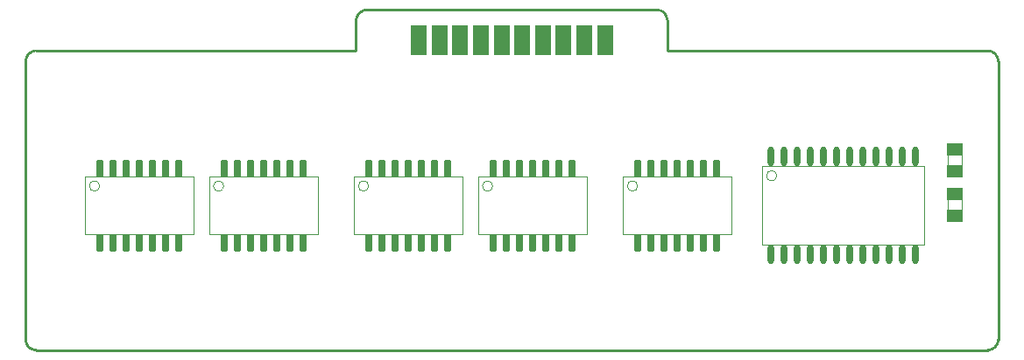
<source format=gbp>
G04 Layer_Color=128*
%FSLAX42Y42*%
%MOMM*%
G71*
G01*
G75*
%ADD10C,0.25*%
%ADD12C,0.25*%
%ADD13C,0.10*%
%ADD16R,1.50X1.25*%
%ADD17R,1.50X3.00*%
%ADD18O,0.60X1.90*%
G04:AMPARAMS|DCode=19|XSize=0.6mm|YSize=1.65mm|CornerRadius=0.05mm|HoleSize=0mm|Usage=FLASHONLY|Rotation=180.000|XOffset=0mm|YOffset=0mm|HoleType=Round|Shape=RoundedRectangle|*
%AMROUNDEDRECTD19*
21,1,0.60,1.55,0,0,180.0*
21,1,0.50,1.65,0,0,180.0*
1,1,0.10,-0.25,0.77*
1,1,0.10,0.25,0.77*
1,1,0.10,0.25,-0.77*
1,1,0.10,-0.25,-0.77*
%
%ADD19ROUNDEDRECTD19*%
D10*
X100Y2900D02*
G03*
X0Y2800I0J-100D01*
G01*
Y100D02*
G03*
X100Y0I100J0D01*
G01*
X9300D02*
G03*
X9400Y100I0J100D01*
G01*
Y2800D02*
G03*
X9300Y2900I-100J0D01*
G01*
X6200Y3200D02*
G03*
X6100Y3300I-100J0D01*
G01*
X3310D02*
G03*
X3190Y3180I0J-120D01*
G01*
D12*
X0Y100D02*
Y2800D01*
X100Y2900D02*
X3190Y2900D01*
X100Y0D02*
X9300D01*
X9400Y100D02*
Y2800D01*
X6200Y2900D02*
X9300D01*
X6200D02*
Y3200D01*
X3190Y2900D02*
Y3180D01*
X3310Y3300D02*
X6100D01*
D13*
X7260Y1690D02*
G03*
X7260Y1690I-50J0D01*
G01*
X5915Y1590D02*
G03*
X5915Y1590I-50J0D01*
G01*
X4515D02*
G03*
X4515Y1590I-50J0D01*
G01*
X3315D02*
G03*
X3315Y1590I-50J0D01*
G01*
X1915D02*
G03*
X1915Y1590I-50J0D01*
G01*
X715D02*
G03*
X715Y1590I-50J0D01*
G01*
X9047Y1295D02*
Y1515D01*
X8912Y1295D02*
Y1515D01*
Y1295D02*
X9047D01*
X8912Y1515D02*
X9047D01*
X8912Y1950D02*
X9047D01*
X8912Y1730D02*
X9047D01*
X8912D02*
Y1950D01*
X9047Y1730D02*
Y1950D01*
X7120Y1780D02*
X8680D01*
X7120Y1020D02*
X8680D01*
X7120D02*
Y1780D01*
X8680Y1020D02*
Y1780D01*
X6825Y1120D02*
Y1680D01*
X5775Y1120D02*
Y1680D01*
Y1120D02*
X6825D01*
X5775Y1680D02*
X6825D01*
X5425Y1120D02*
Y1680D01*
X4375Y1120D02*
Y1680D01*
Y1120D02*
X5425D01*
X4375Y1680D02*
X5425D01*
X4225Y1120D02*
Y1680D01*
X3175Y1120D02*
Y1680D01*
Y1120D02*
X4225D01*
X3175Y1680D02*
X4225D01*
X2825Y1120D02*
Y1680D01*
X1775Y1120D02*
Y1680D01*
Y1120D02*
X2825D01*
X1775Y1680D02*
X2825D01*
X1625Y1120D02*
Y1680D01*
X575Y1120D02*
Y1680D01*
Y1120D02*
X1625D01*
X575Y1680D02*
X1625D01*
D16*
X8980Y1300D02*
D03*
Y1510D02*
D03*
Y1945D02*
D03*
Y1735D02*
D03*
D17*
X3800Y3000D02*
D03*
X4000D02*
D03*
X4200D02*
D03*
X4400D02*
D03*
X4600D02*
D03*
X4800D02*
D03*
X5000D02*
D03*
X5200D02*
D03*
X5400D02*
D03*
X5600D02*
D03*
D18*
X7201Y1875D02*
D03*
X7329D02*
D03*
X7456D02*
D03*
X7582D02*
D03*
X7710D02*
D03*
X7836D02*
D03*
X7964D02*
D03*
X8090D02*
D03*
X8218D02*
D03*
X8344D02*
D03*
X8471D02*
D03*
X8599D02*
D03*
X7201Y925D02*
D03*
X7329D02*
D03*
X7456D02*
D03*
X7582D02*
D03*
X7710D02*
D03*
X7836D02*
D03*
X7964D02*
D03*
X8090D02*
D03*
X8218D02*
D03*
X8344D02*
D03*
X8471D02*
D03*
X8599D02*
D03*
D19*
X6681Y1038D02*
D03*
X6554D02*
D03*
X6427D02*
D03*
X6300D02*
D03*
X6173D02*
D03*
X6046D02*
D03*
X5919D02*
D03*
X6681Y1762D02*
D03*
X6554D02*
D03*
X6427D02*
D03*
X6300D02*
D03*
X6173D02*
D03*
X6046D02*
D03*
X5919D02*
D03*
X5281Y1038D02*
D03*
X5154D02*
D03*
X5027D02*
D03*
X4900D02*
D03*
X4773D02*
D03*
X4646D02*
D03*
X4519D02*
D03*
X5281Y1762D02*
D03*
X5154D02*
D03*
X5027D02*
D03*
X4900D02*
D03*
X4773D02*
D03*
X4646D02*
D03*
X4519D02*
D03*
X4081Y1038D02*
D03*
X3954D02*
D03*
X3827D02*
D03*
X3700D02*
D03*
X3573D02*
D03*
X3446D02*
D03*
X3319D02*
D03*
X4081Y1762D02*
D03*
X3954D02*
D03*
X3827D02*
D03*
X3700D02*
D03*
X3573D02*
D03*
X3446D02*
D03*
X3319D02*
D03*
X2681Y1038D02*
D03*
X2554D02*
D03*
X2427D02*
D03*
X2300D02*
D03*
X2173D02*
D03*
X2046D02*
D03*
X1919D02*
D03*
X2681Y1762D02*
D03*
X2554D02*
D03*
X2427D02*
D03*
X2300D02*
D03*
X2173D02*
D03*
X2046D02*
D03*
X1919D02*
D03*
X1481Y1038D02*
D03*
X1354D02*
D03*
X1227D02*
D03*
X1100D02*
D03*
X973D02*
D03*
X846D02*
D03*
X719D02*
D03*
X1481Y1762D02*
D03*
X1354D02*
D03*
X1227D02*
D03*
X1100D02*
D03*
X973D02*
D03*
X846D02*
D03*
X719D02*
D03*
M02*

</source>
